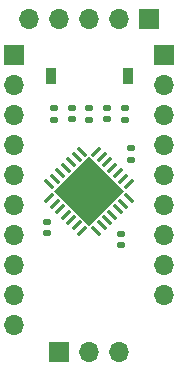
<source format=gbr>
%TF.GenerationSoftware,KiCad,Pcbnew,8.0.6*%
%TF.CreationDate,2024-12-27T21:34:25-08:00*%
%TF.ProjectId,PIC32Flex,50494333-3246-46c6-9578-2e6b69636164,rev?*%
%TF.SameCoordinates,Original*%
%TF.FileFunction,Soldermask,Top*%
%TF.FilePolarity,Negative*%
%FSLAX46Y46*%
G04 Gerber Fmt 4.6, Leading zero omitted, Abs format (unit mm)*
G04 Created by KiCad (PCBNEW 8.0.6) date 2024-12-27 21:34:25*
%MOMM*%
%LPD*%
G01*
G04 APERTURE LIST*
G04 Aperture macros list*
%AMRoundRect*
0 Rectangle with rounded corners*
0 $1 Rounding radius*
0 $2 $3 $4 $5 $6 $7 $8 $9 X,Y pos of 4 corners*
0 Add a 4 corners polygon primitive as box body*
4,1,4,$2,$3,$4,$5,$6,$7,$8,$9,$2,$3,0*
0 Add four circle primitives for the rounded corners*
1,1,$1+$1,$2,$3*
1,1,$1+$1,$4,$5*
1,1,$1+$1,$6,$7*
1,1,$1+$1,$8,$9*
0 Add four rect primitives between the rounded corners*
20,1,$1+$1,$2,$3,$4,$5,0*
20,1,$1+$1,$4,$5,$6,$7,0*
20,1,$1+$1,$6,$7,$8,$9,0*
20,1,$1+$1,$8,$9,$2,$3,0*%
%AMRotRect*
0 Rectangle, with rotation*
0 The origin of the aperture is its center*
0 $1 length*
0 $2 width*
0 $3 Rotation angle, in degrees counterclockwise*
0 Add horizontal line*
21,1,$1,$2,0,0,$3*%
G04 Aperture macros list end*
%ADD10R,1.700000X1.700000*%
%ADD11O,1.700000X1.700000*%
%ADD12RoundRect,0.135000X0.185000X-0.135000X0.185000X0.135000X-0.185000X0.135000X-0.185000X-0.135000X0*%
%ADD13R,0.889000X1.397000*%
%ADD14RoundRect,0.140000X0.170000X-0.140000X0.170000X0.140000X-0.170000X0.140000X-0.170000X-0.140000X0*%
%ADD15RoundRect,0.147500X0.172500X-0.147500X0.172500X0.147500X-0.172500X0.147500X-0.172500X-0.147500X0*%
%ADD16RoundRect,0.140000X-0.170000X0.140000X-0.170000X-0.140000X0.170000X-0.140000X0.170000X0.140000X0*%
%ADD17RotRect,0.304800X1.016000X45.000000*%
%ADD18RotRect,0.304800X1.016000X315.000000*%
%ADD19RotRect,4.191000X4.191000X315.000000*%
G04 APERTURE END LIST*
D10*
%TO.C,J2*%
X111410000Y-71950000D03*
D11*
X108870000Y-71950000D03*
X106330000Y-71950000D03*
X103790000Y-71950000D03*
X101250000Y-71950000D03*
%TD*%
%TO.C,J4*%
X100040000Y-97880000D03*
X100040000Y-95340000D03*
X100040000Y-92800000D03*
X100040000Y-90260000D03*
X100040000Y-87720000D03*
X100040000Y-85180000D03*
X100040000Y-82640000D03*
X100040000Y-80100000D03*
X100040000Y-77560000D03*
D10*
X100040000Y-75020000D03*
%TD*%
D12*
%TO.C,R3*%
X103400000Y-80500000D03*
X103400000Y-79480000D03*
%TD*%
D13*
%TO.C,SW1*%
X109660001Y-76770000D03*
X103159999Y-76770000D03*
%TD*%
D10*
%TO.C,J3*%
X112740000Y-75020000D03*
D11*
X112740000Y-77560000D03*
X112740000Y-80100000D03*
X112740000Y-82640000D03*
X112740000Y-85180000D03*
X112740000Y-87720000D03*
X112740000Y-90260000D03*
X112740000Y-92800000D03*
X112740000Y-95340000D03*
%TD*%
D12*
%TO.C,R1*%
X109400000Y-80500000D03*
X109400000Y-79480000D03*
%TD*%
D14*
%TO.C,C2*%
X109960000Y-83890000D03*
X109960000Y-82930000D03*
%TD*%
D15*
%TO.C,D1*%
X104900000Y-80475000D03*
X104900000Y-79505000D03*
%TD*%
D16*
%TO.C,C3*%
X109080000Y-90140000D03*
X109080000Y-91100000D03*
%TD*%
D17*
%TO.C,U1*%
X105776406Y-83190970D03*
X105316785Y-83650590D03*
X104857165Y-84110210D03*
X104397547Y-84569829D03*
X103937928Y-85029447D03*
X103478308Y-85489067D03*
X103018689Y-85948686D03*
D18*
X103018688Y-87142282D03*
X103478308Y-87601903D03*
X103937927Y-88061521D03*
X104397547Y-88521141D03*
X104857165Y-88980760D03*
X105316785Y-89440380D03*
X105776404Y-89899999D03*
D17*
X106970000Y-89900000D03*
X107429621Y-89440380D03*
X107889239Y-88980761D03*
X108348859Y-88521141D03*
X108808478Y-88061523D03*
X109268098Y-87601903D03*
X109727717Y-87142284D03*
D18*
X109727718Y-85948688D03*
X109268098Y-85489067D03*
X108808479Y-85029449D03*
X108348859Y-84569829D03*
X107889241Y-84110210D03*
X107429621Y-83650590D03*
X106970002Y-83190971D03*
D19*
X106373203Y-86545485D03*
%TD*%
D12*
%TO.C,R2*%
X106400000Y-80500000D03*
X106400000Y-79480000D03*
%TD*%
D14*
%TO.C,C1*%
X102830000Y-90120000D03*
X102830000Y-89160000D03*
%TD*%
D10*
%TO.C,J1*%
X103837600Y-100170800D03*
D11*
X106377600Y-100170800D03*
X108917600Y-100170800D03*
%TD*%
D14*
%TO.C,C4*%
X107900000Y-80470000D03*
X107900000Y-79510000D03*
%TD*%
M02*

</source>
